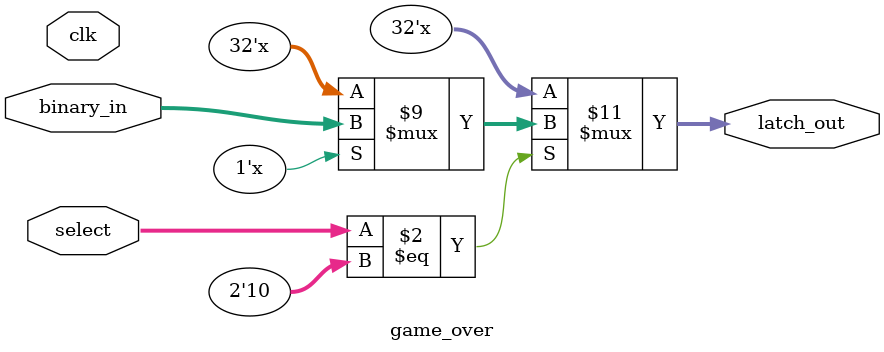
<source format=v>
`timescale 1ns / 1ps

//Used to keep the same score after 35 seconds of game time
module game_over(select, binary_in, latch_out, clk);
    input [31:0] binary_in;
    input [1:0] select;
    input clk;
    output reg [31:0] latch_out;
    reg latcher = 1'b0;
    
    always @(select, clk) begin
        if (select == 2'b10) begin
            if (latcher == 1'b0) begin
                latch_out <= binary_in;
                latcher <= 1'b1;
            end
        end
    end//always
          
endmodule

</source>
